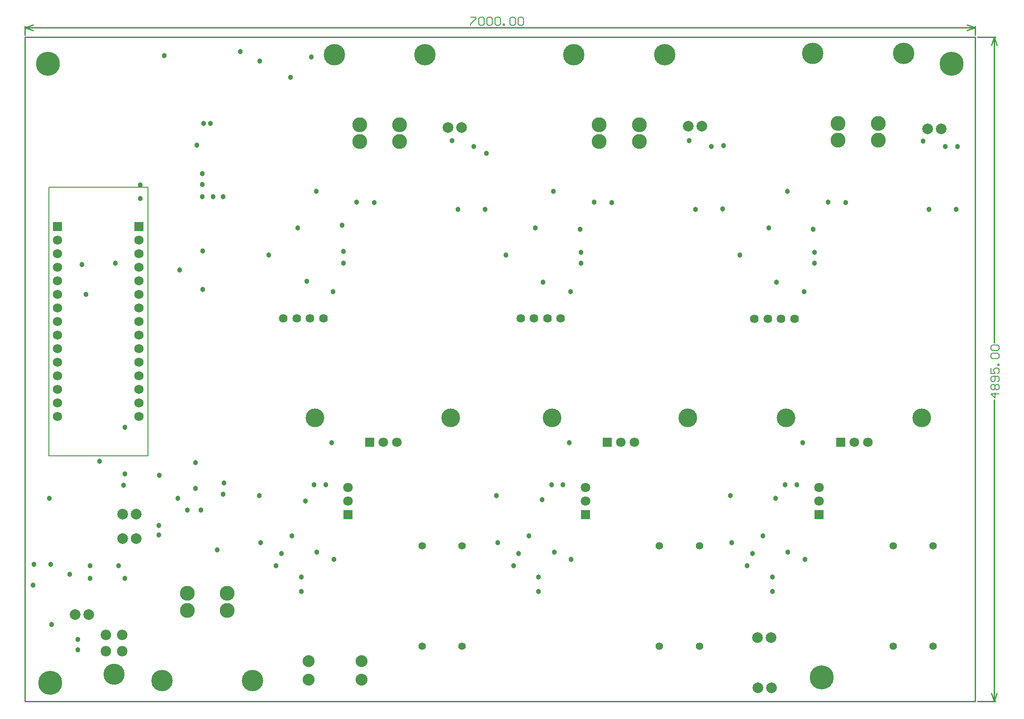
<source format=gbs>
G04*
G04 #@! TF.GenerationSoftware,Altium Limited,Altium Designer,21.9.2 (33)*
G04*
G04 Layer_Color=16711935*
%FSLAX25Y25*%
%MOIN*%
G70*
G04*
G04 #@! TF.SameCoordinates,0E08706B-7DCD-4228-AC31-9AE201DF4438*
G04*
G04*
G04 #@! TF.FilePolarity,Negative*
G04*
G01*
G75*
%ADD12C,0.01000*%
%ADD15C,0.00500*%
%ADD17C,0.00600*%
%ADD50C,0.03800*%
%ADD64C,0.07887*%
%ADD65C,0.06400*%
%ADD66C,0.10958*%
%ADD67C,0.15800*%
%ADD68C,0.17729*%
%ADD69C,0.06824*%
%ADD70R,0.06824X0.06824*%
%ADD71C,0.07800*%
%ADD72C,0.15600*%
%ADD73C,0.05524*%
%ADD74C,0.13800*%
%ADD75R,0.07099X0.07099*%
%ADD76C,0.07099*%
%ADD77R,0.07099X0.07099*%
%ADD78C,0.08800*%
D12*
Y0D02*
Y489500D01*
X700000D01*
Y0D02*
Y489500D01*
X0Y0D02*
X700000D01*
X712000Y6000D02*
X714000Y0D01*
X716000Y6000D01*
X714000Y489500D02*
X716000Y483500D01*
X712000D02*
X714000Y489500D01*
Y0D02*
Y222056D01*
Y264244D02*
Y489500D01*
X701500Y0D02*
X715000D01*
X701500Y489500D02*
X715000D01*
X0Y496500D02*
X6000Y498500D01*
X0Y496500D02*
X6000Y494500D01*
X694000D02*
X700000Y496500D01*
X694000Y498500D02*
X700000Y496500D01*
X0D02*
X700000D01*
X0D02*
X700000D01*
X0Y491000D02*
Y497500D01*
X700000Y491000D02*
Y497500D01*
D15*
X17504Y181004D02*
X90496D01*
Y378996D01*
X17504D02*
X90496D01*
X17504Y181004D02*
Y378996D01*
Y181004D02*
X90496D01*
Y378996D01*
X17504D02*
X90496D01*
X17504Y181004D02*
Y378996D01*
D17*
X717599Y226655D02*
X711601D01*
X714600Y223656D01*
Y227655D01*
X712601Y229654D02*
X711601Y230654D01*
Y232653D01*
X712601Y233653D01*
X713600D01*
X714600Y232653D01*
X715600Y233653D01*
X716599D01*
X717599Y232653D01*
Y230654D01*
X716599Y229654D01*
X715600D01*
X714600Y230654D01*
X713600Y229654D01*
X712601D01*
X714600Y230654D02*
Y232653D01*
X716599Y235652D02*
X717599Y236652D01*
Y238651D01*
X716599Y239651D01*
X712601D01*
X711601Y238651D01*
Y236652D01*
X712601Y235652D01*
X713600D01*
X714600Y236652D01*
Y239651D01*
X711601Y245649D02*
Y241651D01*
X714600D01*
X713600Y243650D01*
Y244650D01*
X714600Y245649D01*
X716599D01*
X717599Y244650D01*
Y242650D01*
X716599Y241651D01*
X717599Y247649D02*
X716599D01*
Y248648D01*
X717599D01*
Y247649D01*
X712601Y252647D02*
X711601Y253647D01*
Y255646D01*
X712601Y256646D01*
X716599D01*
X717599Y255646D01*
Y253647D01*
X716599Y252647D01*
X712601D01*
Y258645D02*
X711601Y259645D01*
Y261644D01*
X712601Y262644D01*
X716599D01*
X717599Y261644D01*
Y259645D01*
X716599Y258645D01*
X712601D01*
X328100Y504098D02*
X332099D01*
Y503098D01*
X328100Y499100D01*
Y498100D01*
X334098Y503098D02*
X335098Y504098D01*
X337097D01*
X338097Y503098D01*
Y499100D01*
X337097Y498100D01*
X335098D01*
X334098Y499100D01*
Y503098D01*
X340096D02*
X341096Y504098D01*
X343095D01*
X344095Y503098D01*
Y499100D01*
X343095Y498100D01*
X341096D01*
X340096Y499100D01*
Y503098D01*
X346094D02*
X347094Y504098D01*
X349093D01*
X350093Y503098D01*
Y499100D01*
X349093Y498100D01*
X347094D01*
X346094Y499100D01*
Y503098D01*
X352092Y498100D02*
Y499100D01*
X353092D01*
Y498100D01*
X352092D01*
X357091Y503098D02*
X358090Y504098D01*
X360090D01*
X361089Y503098D01*
Y499100D01*
X360090Y498100D01*
X358090D01*
X357091Y499100D01*
Y503098D01*
X363089D02*
X364088Y504098D01*
X366088D01*
X367087Y503098D01*
Y499100D01*
X366088Y498100D01*
X364088D01*
X363089Y499100D01*
Y503098D01*
D50*
X581500Y323000D02*
D03*
Y330760D02*
D03*
X234500Y331500D02*
D03*
Y323000D02*
D03*
X409500D02*
D03*
Y331000D02*
D03*
X233500Y351000D02*
D03*
X409000Y348000D02*
D03*
X580500D02*
D03*
X340000Y404000D02*
D03*
X173000Y472000D02*
D03*
X158500Y479000D02*
D03*
X206500Y147500D02*
D03*
X381000Y148500D02*
D03*
X553000Y149500D02*
D03*
X179461Y329000D02*
D03*
X99000Y166500D02*
D03*
X112500Y149500D02*
D03*
X72681Y159181D02*
D03*
X54931Y176931D02*
D03*
X141500Y111500D02*
D03*
X98500Y129500D02*
D03*
Y122500D02*
D03*
X129500Y141000D02*
D03*
X125500Y157000D02*
D03*
X146000Y152500D02*
D03*
X146500Y161000D02*
D03*
X19000Y101000D02*
D03*
X33000Y93500D02*
D03*
X18000Y149500D02*
D03*
X69000Y100000D02*
D03*
X73500Y90500D02*
D03*
X48000Y100000D02*
D03*
Y90500D02*
D03*
X6000Y85500D02*
D03*
X45000Y300000D02*
D03*
X6500Y101000D02*
D03*
X19500Y56500D02*
D03*
X39000Y45500D02*
D03*
Y38000D02*
D03*
X131000Y332000D02*
D03*
Y303500D02*
D03*
X114000Y318000D02*
D03*
X119500Y141000D02*
D03*
X553500Y309000D02*
D03*
X125500Y176000D02*
D03*
X381500Y309000D02*
D03*
X207500Y309500D02*
D03*
X73500Y167500D02*
D03*
X66500Y323000D02*
D03*
X42000Y322000D02*
D03*
X73500Y202000D02*
D03*
X172461Y151520D02*
D03*
X85000Y370500D02*
D03*
Y380500D02*
D03*
X514500Y409500D02*
D03*
X375819Y349000D02*
D03*
X526500Y329000D02*
D03*
X354319D02*
D03*
X432158Y367433D02*
D03*
X419158Y367933D02*
D03*
X401819Y302000D02*
D03*
X400819Y190500D02*
D03*
X505569Y408931D02*
D03*
X389319Y376000D02*
D03*
X493819Y362500D02*
D03*
X513816Y362720D02*
D03*
X548000Y349000D02*
D03*
X200961Y349020D02*
D03*
X226961Y302020D02*
D03*
X687000Y409000D02*
D03*
X145762Y371800D02*
D03*
X138500D02*
D03*
X130500D02*
D03*
Y380883D02*
D03*
Y389000D02*
D03*
X195500Y460000D02*
D03*
X211000Y475000D02*
D03*
X102500Y476000D02*
D03*
X136500Y426000D02*
D03*
X131500D02*
D03*
X126500Y410000D02*
D03*
X389819Y110000D02*
D03*
X378319Y91500D02*
D03*
X348319Y117000D02*
D03*
X359819Y100000D02*
D03*
X363657Y108933D02*
D03*
X184961Y100020D02*
D03*
X188799Y108953D02*
D03*
X203461Y81020D02*
D03*
X221461Y159520D02*
D03*
X212961D02*
D03*
X225961Y190520D02*
D03*
X338961Y362520D02*
D03*
X330653Y408910D02*
D03*
X314400Y413200D02*
D03*
X318961Y362520D02*
D03*
X214461Y376020D02*
D03*
X257242Y367413D02*
D03*
X203461Y91520D02*
D03*
X173461Y117020D02*
D03*
X196461Y122020D02*
D03*
X227461Y104520D02*
D03*
X214961Y110020D02*
D03*
X378319Y81000D02*
D03*
X396319Y159500D02*
D03*
X387819D02*
D03*
X371319Y122000D02*
D03*
X347319Y151500D02*
D03*
X402319Y104500D02*
D03*
X489316Y413221D02*
D03*
X244241Y367913D02*
D03*
X520500Y117000D02*
D03*
X519500Y151500D02*
D03*
X573000Y190500D02*
D03*
X568500Y159500D02*
D03*
X560000D02*
D03*
X543500Y122000D02*
D03*
X550500Y81000D02*
D03*
Y91500D02*
D03*
X532000Y100000D02*
D03*
X536000Y109000D02*
D03*
X562000Y110000D02*
D03*
X574500Y104500D02*
D03*
X561500Y376000D02*
D03*
X574000Y302000D02*
D03*
X604500Y367500D02*
D03*
X591500Y368000D02*
D03*
X686000Y362500D02*
D03*
X666000D02*
D03*
X677753Y408710D02*
D03*
X661500Y413000D02*
D03*
D64*
X72000Y120000D02*
D03*
X82000D02*
D03*
X72000Y138000D02*
D03*
X82000D02*
D03*
X488500Y424000D02*
D03*
X498500D02*
D03*
X311500Y423000D02*
D03*
X321500D02*
D03*
X675000Y422000D02*
D03*
X665000D02*
D03*
X540000Y10000D02*
D03*
X550000D02*
D03*
X539500Y47000D02*
D03*
X549500D02*
D03*
X47000Y64000D02*
D03*
X37000D02*
D03*
D65*
X394658Y282221D02*
D03*
X384816D02*
D03*
X374974D02*
D03*
X365132D02*
D03*
X219742Y282200D02*
D03*
X209900D02*
D03*
X200058D02*
D03*
X190216D02*
D03*
X566842Y282000D02*
D03*
X557000D02*
D03*
X547158D02*
D03*
X537316D02*
D03*
D66*
X599000Y426000D02*
D03*
X628500Y413480D02*
D03*
X599000D02*
D03*
X628500Y426000D02*
D03*
X423000Y425000D02*
D03*
X452500Y412480D02*
D03*
X423000D02*
D03*
X452500Y425000D02*
D03*
X246500D02*
D03*
X276000Y412480D02*
D03*
X246500D02*
D03*
X276000Y425000D02*
D03*
X119500Y67000D02*
D03*
X149000Y79520D02*
D03*
X119500D02*
D03*
X149000Y67000D02*
D03*
D67*
X580299Y477693D02*
D03*
X647201D02*
D03*
X404299Y476693D02*
D03*
X471201D02*
D03*
X227799D02*
D03*
X294701D02*
D03*
X100799Y15307D02*
D03*
X167701D02*
D03*
D68*
X17000Y470000D02*
D03*
X18500Y13500D02*
D03*
X587000Y17500D02*
D03*
X682500Y470000D02*
D03*
D69*
X84000Y210000D02*
D03*
X24000D02*
D03*
X84000Y220000D02*
D03*
X24000D02*
D03*
X84000Y230000D02*
D03*
X24000D02*
D03*
X84000Y240000D02*
D03*
X24000D02*
D03*
X84000Y250000D02*
D03*
X24000D02*
D03*
X84000Y260000D02*
D03*
X24000D02*
D03*
X84000Y270000D02*
D03*
X24000D02*
D03*
X84000Y280000D02*
D03*
X24000D02*
D03*
X84000Y290000D02*
D03*
X24000D02*
D03*
X84000Y300000D02*
D03*
X24000D02*
D03*
X84000Y310000D02*
D03*
X24000D02*
D03*
X84000Y320000D02*
D03*
X24000D02*
D03*
X84000Y330000D02*
D03*
X24000D02*
D03*
X84000Y340000D02*
D03*
X24000D02*
D03*
D70*
X84000Y350000D02*
D03*
X24000D02*
D03*
D71*
X59700Y48800D02*
D03*
X71500D02*
D03*
Y37000D02*
D03*
X59700D02*
D03*
D72*
X65600Y20000D02*
D03*
D73*
X292433Y40520D02*
D03*
X321961D02*
D03*
X639472Y40500D02*
D03*
X669000D02*
D03*
X321988Y114520D02*
D03*
X292461D02*
D03*
X496846Y114500D02*
D03*
X467319D02*
D03*
X467291Y40500D02*
D03*
X496819D02*
D03*
X669028Y114500D02*
D03*
X639500D02*
D03*
D74*
X313461Y209020D02*
D03*
X213461D02*
D03*
X488319Y209000D02*
D03*
X388319D02*
D03*
X660500D02*
D03*
X560500D02*
D03*
D75*
X585000Y137500D02*
D03*
X412819D02*
D03*
X237961Y137520D02*
D03*
D76*
X585000Y157500D02*
D03*
Y147500D02*
D03*
X611000Y191000D02*
D03*
X621000D02*
D03*
X237961Y147520D02*
D03*
X412819Y147500D02*
D03*
Y157500D02*
D03*
X448819Y191000D02*
D03*
X438819D02*
D03*
X237961Y157520D02*
D03*
X273961Y191020D02*
D03*
X263961D02*
D03*
D77*
X601000Y191000D02*
D03*
X428819D02*
D03*
X253961Y191020D02*
D03*
D78*
X248000Y29500D02*
D03*
X209000D02*
D03*
Y16000D02*
D03*
X248000D02*
D03*
M02*

</source>
